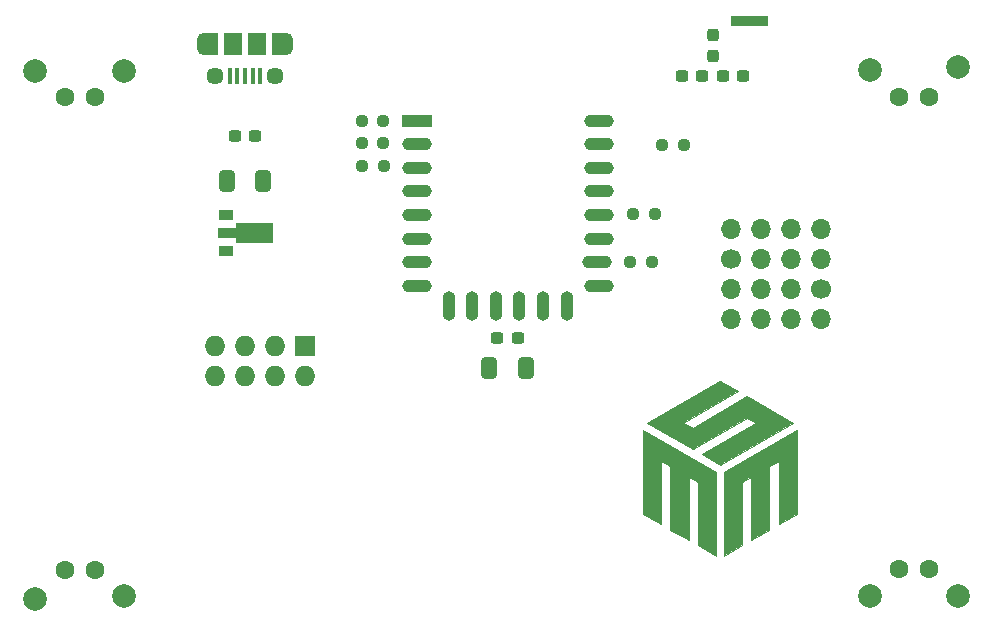
<source format=gts>
%TF.GenerationSoftware,KiCad,Pcbnew,7.0.2-6a45011f42~172~ubuntu20.04.1*%
%TF.CreationDate,2023-05-20T00:08:38+02:00*%
%TF.ProjectId,pongCard,706f6e67-4361-4726-942e-6b696361645f,rev?*%
%TF.SameCoordinates,Original*%
%TF.FileFunction,Soldermask,Top*%
%TF.FilePolarity,Negative*%
%FSLAX46Y46*%
G04 Gerber Fmt 4.6, Leading zero omitted, Abs format (unit mm)*
G04 Created by KiCad (PCBNEW 7.0.2-6a45011f42~172~ubuntu20.04.1) date 2023-05-20 00:08:38*
%MOMM*%
%LPD*%
G01*
G04 APERTURE LIST*
G04 Aperture macros list*
%AMRoundRect*
0 Rectangle with rounded corners*
0 $1 Rounding radius*
0 $2 $3 $4 $5 $6 $7 $8 $9 X,Y pos of 4 corners*
0 Add a 4 corners polygon primitive as box body*
4,1,4,$2,$3,$4,$5,$6,$7,$8,$9,$2,$3,0*
0 Add four circle primitives for the rounded corners*
1,1,$1+$1,$2,$3*
1,1,$1+$1,$4,$5*
1,1,$1+$1,$6,$7*
1,1,$1+$1,$8,$9*
0 Add four rect primitives between the rounded corners*
20,1,$1+$1,$2,$3,$4,$5,0*
20,1,$1+$1,$4,$5,$6,$7,0*
20,1,$1+$1,$6,$7,$8,$9,0*
20,1,$1+$1,$8,$9,$2,$3,0*%
%AMFreePoly0*
4,1,9,3.862500,-0.866500,0.737500,-0.866500,0.737500,-0.450000,-0.737500,-0.450000,-0.737500,0.450000,0.737500,0.450000,0.737500,0.866500,3.862500,0.866500,3.862500,-0.866500,3.862500,-0.866500,$1*%
G04 Aperture macros list end*
%ADD10C,0.100000*%
%ADD11RoundRect,0.249999X-0.412501X-0.650001X0.412501X-0.650001X0.412501X0.650001X-0.412501X0.650001X0*%
%ADD12RoundRect,0.237500X-0.300000X-0.237500X0.300000X-0.237500X0.300000X0.237500X-0.300000X0.237500X0*%
%ADD13RoundRect,0.249999X0.412501X0.650001X-0.412501X0.650001X-0.412501X-0.650001X0.412501X-0.650001X0*%
%ADD14RoundRect,0.237500X0.300000X0.237500X-0.300000X0.237500X-0.300000X-0.237500X0.300000X-0.237500X0*%
%ADD15R,0.400000X1.350000*%
%ADD16O,1.200000X1.900000*%
%ADD17R,1.200000X1.900000*%
%ADD18C,1.450000*%
%ADD19R,1.500000X1.900000*%
%ADD20RoundRect,0.237500X-0.250000X-0.237500X0.250000X-0.237500X0.250000X0.237500X-0.250000X0.237500X0*%
%ADD21R,1.300000X0.900000*%
%ADD22FreePoly0,0.000000*%
%ADD23R,2.500000X1.100000*%
%ADD24O,2.500000X1.100000*%
%ADD25O,1.100000X2.500000*%
%ADD26C,2.000000*%
%ADD27C,1.600000*%
%ADD28RoundRect,0.237500X0.250000X0.237500X-0.250000X0.237500X-0.250000X-0.237500X0.250000X-0.237500X0*%
%ADD29C,1.700000*%
%ADD30O,1.700000X1.700000*%
%ADD31R,1.727200X1.727200*%
%ADD32O,1.727200X1.727200*%
%ADD33RoundRect,0.237500X0.237500X-0.300000X0.237500X0.300000X-0.237500X0.300000X-0.237500X-0.300000X0*%
G04 APERTURE END LIST*
D10*
X124841000Y-61262000D02*
X121793000Y-61262000D01*
X121793000Y-60500000D01*
X124841000Y-60500000D01*
X124841000Y-61262000D01*
G36*
X124841000Y-61262000D02*
G01*
X121793000Y-61262000D01*
X121793000Y-60500000D01*
X124841000Y-60500000D01*
X124841000Y-61262000D01*
G37*
X120532094Y-99121296D02*
X120532094Y-106260808D01*
X118986368Y-105368574D01*
X118986368Y-100013532D01*
X118213912Y-99567008D01*
X118213912Y-104922048D01*
X116668186Y-104029814D01*
X116668186Y-98674772D01*
X115894914Y-98228246D01*
X115894914Y-103583288D01*
X114349188Y-102691052D01*
X114349188Y-95551540D01*
X120532094Y-99121296D01*
G36*
X120532094Y-99121296D02*
G01*
X120532094Y-106260808D01*
X118986368Y-105368574D01*
X118986368Y-100013532D01*
X118213912Y-99567008D01*
X118213912Y-104922048D01*
X116668186Y-104029814D01*
X116668186Y-98674772D01*
X115894914Y-98228246D01*
X115894914Y-103583288D01*
X114349188Y-102691052D01*
X114349188Y-95551540D01*
X120532094Y-99121296D01*
G37*
X122402122Y-92303643D02*
X117770646Y-94981162D01*
X118542286Y-95426872D01*
X123173762Y-92749352D01*
X127033596Y-94981162D01*
X120858024Y-98550918D01*
X119313928Y-97657868D01*
X123946218Y-94981162D01*
X123173762Y-94534636D01*
X118542286Y-97212158D01*
X114682452Y-94981162D01*
X120858024Y-91410592D01*
X122402122Y-92303643D01*
G36*
X122402122Y-92303643D02*
G01*
X117770646Y-94981162D01*
X118542286Y-95426872D01*
X123173762Y-92749352D01*
X127033596Y-94981162D01*
X120858024Y-98550918D01*
X119313928Y-97657868D01*
X123946218Y-94981162D01*
X123173762Y-94534636D01*
X118542286Y-97212158D01*
X114682452Y-94981162D01*
X120858024Y-91410592D01*
X122402122Y-92303643D01*
G37*
X127362786Y-102691052D02*
X125817060Y-103583288D01*
X125817060Y-98228246D01*
X125043790Y-98674772D01*
X125043790Y-104029814D01*
X123498064Y-104922048D01*
X123498064Y-99567008D01*
X122725608Y-100013532D01*
X122725608Y-105368574D01*
X121179880Y-106260808D01*
X121179880Y-99121296D01*
X127362786Y-95551540D01*
X127362786Y-102691052D01*
G36*
X127362786Y-102691052D02*
G01*
X125817060Y-103583288D01*
X125817060Y-98228246D01*
X125043790Y-98674772D01*
X125043790Y-104029814D01*
X123498064Y-104922048D01*
X123498064Y-99567008D01*
X122725608Y-100013532D01*
X122725608Y-105368574D01*
X121179880Y-106260808D01*
X121179880Y-99121296D01*
X127362786Y-95551540D01*
X127362786Y-102691052D01*
G37*
D11*
X101307500Y-90345000D03*
X104432500Y-90345000D03*
D12*
X102007500Y-87805000D03*
X103732500Y-87805000D03*
D13*
X82207500Y-74470000D03*
X79082500Y-74470000D03*
D14*
X81507500Y-70660000D03*
X79782500Y-70660000D03*
D15*
X81945000Y-65597500D03*
X81295000Y-65597500D03*
X80645000Y-65597500D03*
X79995000Y-65597500D03*
X79345000Y-65597500D03*
D16*
X84145000Y-62897500D03*
D17*
X83545000Y-62897500D03*
D18*
X83145000Y-65597500D03*
D19*
X81645000Y-62897500D03*
X79645000Y-62897500D03*
D18*
X78145000Y-65597500D03*
D17*
X77745000Y-62897500D03*
D16*
X77145000Y-62897500D03*
D20*
X90527500Y-69390000D03*
X92352500Y-69390000D03*
X90527500Y-71295000D03*
X92352500Y-71295000D03*
D21*
X78995000Y-77415000D03*
D22*
X79082500Y-78915000D03*
D21*
X78995000Y-80415000D03*
D23*
X95185000Y-69390000D03*
D24*
X95185000Y-71390000D03*
X95185000Y-73390000D03*
X95185000Y-75390000D03*
X95185000Y-77390000D03*
X95185000Y-79390000D03*
X95185000Y-81390000D03*
X95185000Y-83390000D03*
X110585000Y-83390000D03*
X110485000Y-81390000D03*
X110585000Y-79390000D03*
X110585000Y-77390000D03*
X110585000Y-75390000D03*
X110585000Y-73390000D03*
X110585000Y-71390000D03*
X110585000Y-69390000D03*
D25*
X97875000Y-85090000D03*
X99875000Y-85090000D03*
X101875000Y-85090000D03*
X103875000Y-85090000D03*
X105875000Y-85090000D03*
X107875000Y-85090000D03*
D26*
X141037000Y-109608000D03*
D27*
X138537000Y-107358000D03*
X138537000Y-67358000D03*
X136037000Y-67358000D03*
D26*
X141037000Y-64858000D03*
X133537000Y-65108000D03*
D27*
X136037000Y-107358000D03*
D26*
X133537000Y-109608000D03*
X62905000Y-65174000D03*
D27*
X65405000Y-67424000D03*
X65405000Y-107424000D03*
X67905000Y-107424000D03*
D26*
X62905000Y-109924000D03*
X70405000Y-109674000D03*
D27*
X67905000Y-67424000D03*
D26*
X70405000Y-65174000D03*
D28*
X115339500Y-77264000D03*
X113514500Y-77264000D03*
D29*
X129413000Y-83614000D03*
D30*
X129413000Y-86154000D03*
X126873000Y-83614000D03*
X126873000Y-86154000D03*
X124333000Y-83614000D03*
X124333000Y-86154000D03*
X121793000Y-83614000D03*
X121793000Y-86154000D03*
D31*
X85725000Y-88440000D03*
D32*
X85725000Y-90980000D03*
X83185000Y-88440000D03*
X83185000Y-90980000D03*
X80645000Y-88440000D03*
X80645000Y-90980000D03*
X78105000Y-88440000D03*
X78105000Y-90980000D03*
D29*
X121793000Y-81074000D03*
D30*
X121793000Y-78534000D03*
X124333000Y-81074000D03*
X124333000Y-78534000D03*
X126873000Y-81074000D03*
X126873000Y-78534000D03*
X129413000Y-81074000D03*
X129413000Y-78534000D03*
D33*
X120269000Y-63902500D03*
X120269000Y-62177500D03*
D28*
X92376000Y-73200000D03*
X90551000Y-73200000D03*
D12*
X121084000Y-65580000D03*
X122809000Y-65580000D03*
D20*
X115951000Y-71422000D03*
X117776000Y-71422000D03*
D28*
X115085500Y-81328000D03*
X113260500Y-81328000D03*
D12*
X117628500Y-65580000D03*
X119353500Y-65580000D03*
M02*

</source>
